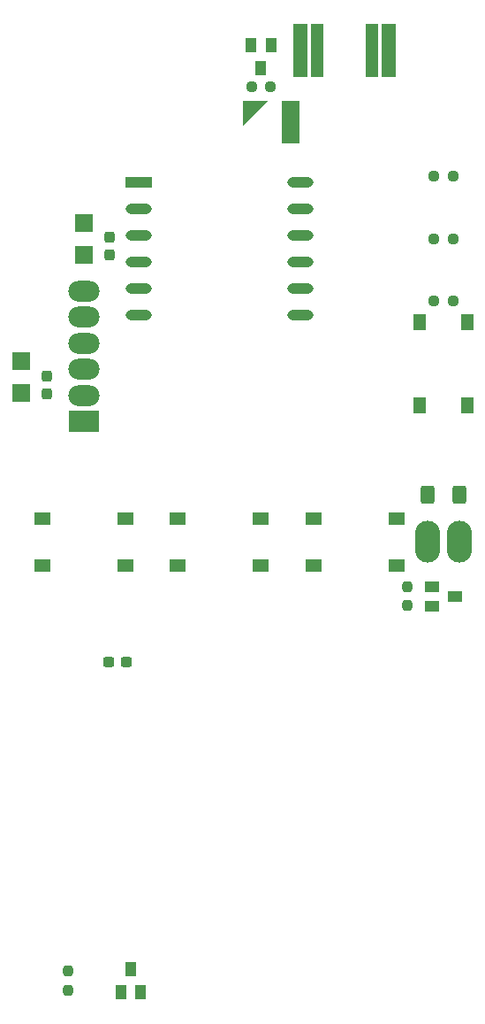
<source format=gtp>
%TF.GenerationSoftware,KiCad,Pcbnew,9.0.4*%
%TF.CreationDate,2026-01-17T12:19:53+01:00*%
%TF.ProjectId,Spoke,53706f6b-652e-46b6-9963-61645f706362,2.1*%
%TF.SameCoordinates,PX5f5e100PY5f5e100*%
%TF.FileFunction,Paste,Top*%
%TF.FilePolarity,Positive*%
%FSLAX46Y46*%
G04 Gerber Fmt 4.6, Leading zero omitted, Abs format (unit mm)*
G04 Created by KiCad (PCBNEW 9.0.4) date 2026-01-17 12:19:53*
%MOMM*%
%LPD*%
G01*
G04 APERTURE LIST*
G04 Aperture macros list*
%AMRoundRect*
0 Rectangle with rounded corners*
0 $1 Rounding radius*
0 $2 $3 $4 $5 $6 $7 $8 $9 X,Y pos of 4 corners*
0 Add a 4 corners polygon primitive as box body*
4,1,4,$2,$3,$4,$5,$6,$7,$8,$9,$2,$3,0*
0 Add four circle primitives for the rounded corners*
1,1,$1+$1,$2,$3*
1,1,$1+$1,$4,$5*
1,1,$1+$1,$6,$7*
1,1,$1+$1,$8,$9*
0 Add four rect primitives between the rounded corners*
20,1,$1+$1,$2,$3,$4,$5,0*
20,1,$1+$1,$4,$5,$6,$7,0*
20,1,$1+$1,$6,$7,$8,$9,0*
20,1,$1+$1,$8,$9,$2,$3,0*%
%AMFreePoly0*
4,1,4,0.500000,-1.900000,-1.900000,0.500000,0.500000,0.500000,0.500000,-1.900000,0.500000,-1.900000,$1*%
G04 Aperture macros list end*
%ADD10R,1.300000X1.550000*%
%ADD11RoundRect,0.237500X0.237500X-0.300000X0.237500X0.300000X-0.237500X0.300000X-0.237500X-0.300000X0*%
%ADD12RoundRect,0.250000X-0.400000X-0.625000X0.400000X-0.625000X0.400000X0.625000X-0.400000X0.625000X0*%
%ADD13R,1.550000X1.300000*%
%ADD14RoundRect,0.237500X0.237500X-0.250000X0.237500X0.250000X-0.237500X0.250000X-0.237500X-0.250000X0*%
%ADD15R,1.800000X1.700000*%
%ADD16O,2.400000X4.000000*%
%ADD17RoundRect,0.237500X0.250000X0.237500X-0.250000X0.237500X-0.250000X-0.237500X0.250000X-0.237500X0*%
%ADD18R,2.500000X1.000000*%
%ADD19O,2.500000X1.000000*%
%ADD20RoundRect,0.237500X0.300000X0.237500X-0.300000X0.237500X-0.300000X-0.237500X0.300000X-0.237500X0*%
%ADD21RoundRect,0.237500X-0.250000X-0.237500X0.250000X-0.237500X0.250000X0.237500X-0.250000X0.237500X0*%
%ADD22R,3.000000X2.000000*%
%ADD23O,3.000000X2.000000*%
%ADD24FreePoly0,90.000000*%
%ADD25R,1.700000X4.100000*%
%ADD26R,1.400000X1.000000*%
%ADD27R,1.000000X1.400000*%
%ADD28R,1.400000X5.080000*%
%ADD29R,1.200000X5.080000*%
G04 APERTURE END LIST*
D10*
%TO.C,SW4*%
X19250000Y13020000D03*
X19250000Y20980000D03*
X23750000Y13020000D03*
X23750000Y20980000D03*
%TD*%
D11*
%TO.C,C30*%
X-16500000Y14137500D03*
X-16500000Y15862500D03*
%TD*%
D12*
%TO.C,R39*%
X19950000Y4500000D03*
X23050000Y4500000D03*
%TD*%
D13*
%TO.C,SW2*%
X-3980000Y2250000D03*
X3980000Y2250000D03*
X-3980000Y-2250000D03*
X3980000Y-2250000D03*
%TD*%
%TO.C,SW1*%
X-16980000Y2250000D03*
X-9020000Y2250000D03*
X-16980000Y-2250000D03*
X-9020000Y-2250000D03*
%TD*%
D14*
%TO.C,R37*%
X18000000Y-6112500D03*
X18000000Y-4287500D03*
%TD*%
D15*
%TO.C,C29*%
X-13000000Y27475000D03*
X-13000000Y30525000D03*
%TD*%
D16*
%TO.C,J11*%
X23000000Y0D03*
%TD*%
D17*
%TO.C,R10*%
X22412500Y23000000D03*
X20587500Y23000000D03*
%TD*%
D18*
%TO.C,A5*%
X-7750000Y34350000D03*
D19*
X-7750000Y31810000D03*
X-7750000Y29270000D03*
X-7750000Y26730000D03*
X-7750000Y24190000D03*
X-7750000Y21650000D03*
X7750000Y21650000D03*
X7750000Y24190000D03*
X7750000Y26730000D03*
X7750000Y29270000D03*
X7750000Y31810000D03*
X7750000Y34350000D03*
%TD*%
D15*
%TO.C,C28*%
X-19000000Y14225000D03*
X-19000000Y17275000D03*
%TD*%
D14*
%TO.C,R29*%
X-14500000Y-42912500D03*
X-14500000Y-41087500D03*
%TD*%
D16*
%TO.C,J10*%
X20000000Y0D03*
%TD*%
D20*
%TO.C,C33*%
X-8887500Y-11500000D03*
X-10612500Y-11500000D03*
%TD*%
D21*
%TO.C,R38*%
X3087500Y43500000D03*
X4912500Y43500000D03*
%TD*%
D22*
%TO.C,A4*%
X-13000000Y11500000D03*
D23*
X-13000000Y14000000D03*
X-13000000Y16500000D03*
X-13000000Y19000000D03*
X-13000000Y21500000D03*
X-13000000Y24000000D03*
%TD*%
D11*
%TO.C,C31*%
X-10500000Y27437500D03*
X-10500000Y29162500D03*
%TD*%
D24*
%TO.C,C24*%
X2800000Y41700000D03*
D25*
X6850000Y40150000D03*
%TD*%
D26*
%TO.C,Q6*%
X20400000Y-4300000D03*
X20400000Y-6200000D03*
X22600000Y-5250000D03*
%TD*%
D21*
%TO.C,R27*%
X20587500Y35000000D03*
X22412500Y35000000D03*
%TD*%
D13*
%TO.C,SW3*%
X9020000Y2250000D03*
X16980000Y2250000D03*
X9020000Y-2250000D03*
X16980000Y-2250000D03*
%TD*%
D27*
%TO.C,D6*%
X4950000Y47500000D03*
X3050000Y47500000D03*
X4000000Y45300000D03*
%TD*%
D21*
%TO.C,R26*%
X20587500Y29000000D03*
X22412500Y29000000D03*
%TD*%
D27*
%TO.C,D3*%
X-9450000Y-43100000D03*
X-7550000Y-43100000D03*
X-8500000Y-40900000D03*
%TD*%
D28*
%TO.C,J12*%
X7750000Y47000000D03*
D29*
X9380000Y47000000D03*
X14620000Y47000000D03*
D28*
X16250000Y47000000D03*
%TD*%
M02*

</source>
